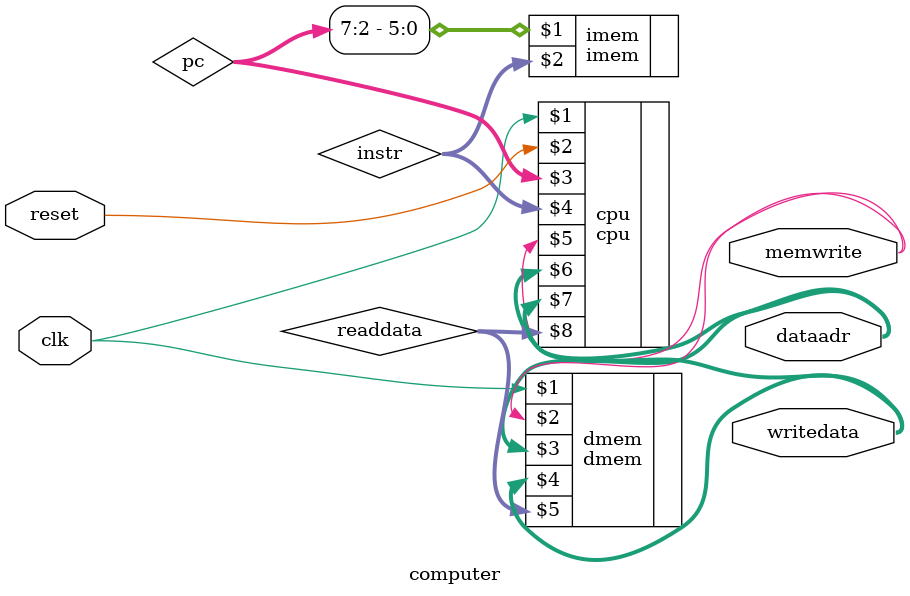
<source format=sv>
`ifndef COMPUTER
`define COMPUTER

`timescale 1ns/100ps

`include "../cpu/cpu.sv"
`include "../imem/imem.sv"
`include "../dmem/dmem.sv"

module computer(input         clk, reset, 
                output [31:0] writedata, dataadr, 
                output        memwrite);

  wire [31:0] pc, instr, readdata; 
  
  // instantiate processor and memories
  cpu cpu(clk, reset, pc, instr, memwrite, dataadr, writedata, readdata);
  imem imem(pc[7:2], instr); // pc index out of 64 words of instructions, 32 bit instruction
  dmem dmem(clk, memwrite, dataadr, writedata, readdata);
endmodule

`endif // COMPUTER

</source>
